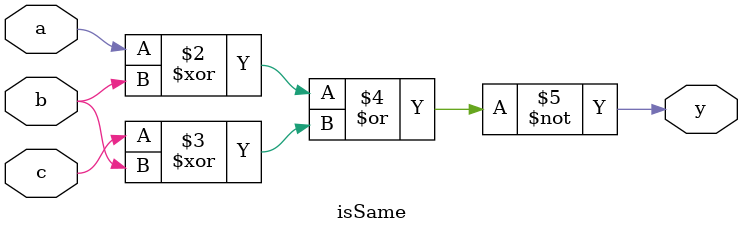
<source format=sv>
module isSame(input  logic a,b,c,
              output logic y);

always_comb
  y = ~((a ^ b) | (c ^ b));

endmodule
</source>
